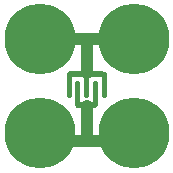
<source format=gtl>
%TF.GenerationSoftware,KiCad,Pcbnew,4.0.5-e0-6337~49~ubuntu16.04.1*%
%TF.CreationDate,2017-05-27T07:36:38-07:00*%
%TF.ProjectId,2x2-Cap-Touch,3278322D4361702D546F7563682E6B69,v1.2*%
%TF.FileFunction,Copper,L1,Top,Signal*%
%FSLAX46Y46*%
G04 Gerber Fmt 4.6, Leading zero omitted, Abs format (unit mm)*
G04 Created by KiCad (PCBNEW 4.0.5-e0-6337~49~ubuntu16.04.1) date Sat May 27 07:36:38 2017*
%MOMM*%
%LPD*%
G01*
G04 APERTURE LIST*
%ADD10C,0.350000*%
%ADD11C,1.000000*%
%ADD12C,0.400000*%
%ADD13R,3.000000X0.500000*%
%ADD14R,1.800000X0.500000*%
%ADD15C,6.000000*%
%ADD16C,0.350000*%
G04 APERTURE END LIST*
D10*
D11*
X27533600Y-42622200D02*
X19433600Y-42622200D01*
D12*
X22733600Y-46372200D02*
X22733600Y-48122200D01*
X24983600Y-45622200D02*
X24983600Y-47372200D01*
X24233600Y-48122200D02*
X24233600Y-46372200D01*
X23483600Y-45622200D02*
X23483600Y-47372200D01*
X21983600Y-45622200D02*
X21983600Y-47372200D01*
D11*
X23533600Y-42622200D02*
X23533600Y-45522200D01*
X23533600Y-48322200D02*
X23533600Y-51222200D01*
X27533600Y-51222200D02*
X19433600Y-51222200D01*
D13*
X23483600Y-45622200D03*
D14*
X23483600Y-48257200D03*
D15*
X27533600Y-50622200D03*
X27533600Y-42622200D03*
X19533600Y-42622200D03*
X19533600Y-50622200D03*
D16*
X27533600Y-50622200D03*
X27533600Y-42622200D03*
X19533600Y-42622200D03*
X19533600Y-50622200D03*
M02*

</source>
